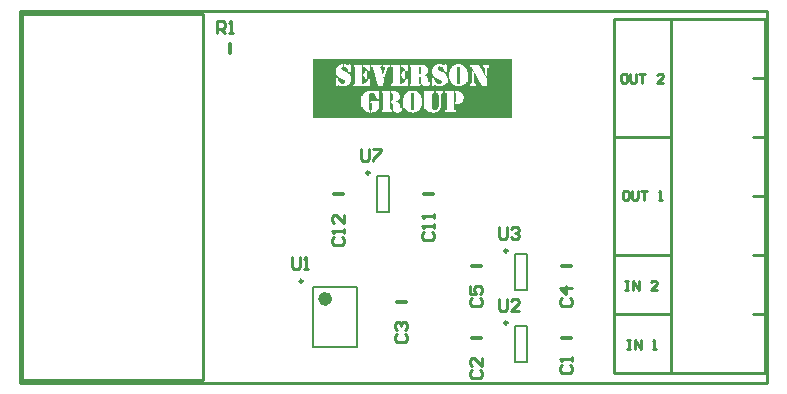
<source format=gto>
G04*
G04 #@! TF.GenerationSoftware,Altium Limited,Altium Designer,20.1.14 (287)*
G04*
G04 Layer_Color=65535*
%FSLAX25Y25*%
%MOIN*%
G70*
G04*
G04 #@! TF.SameCoordinates,11A2ED7B-9C87-42D8-8BA9-A02E898DC9DF*
G04*
G04*
G04 #@! TF.FilePolarity,Positive*
G04*
G01*
G75*
%ADD10C,0.01000*%
%ADD11C,0.00984*%
%ADD12C,0.02362*%
%ADD13C,0.01200*%
%ADD14C,0.00787*%
G36*
X519000Y236965D02*
X452500D01*
Y246000D01*
X519000D01*
Y236965D01*
D02*
G37*
G36*
Y226500D02*
X452500D01*
Y236965D01*
X519000D01*
Y226500D01*
D02*
G37*
%LPC*%
G36*
X462703Y244323D02*
D01*
X462332Y244289D01*
X462008Y244231D01*
X461731Y244150D01*
X461603Y244115D01*
X461499Y244069D01*
X461395Y244023D01*
X461303Y243988D01*
X461233Y243953D01*
X461175Y243919D01*
X461129Y243884D01*
X461083Y243872D01*
X461071Y243849D01*
X461060D01*
X460898Y243722D01*
X460759Y243595D01*
X460643Y243456D01*
X460539Y243317D01*
X460469Y243201D01*
X460412Y243109D01*
X460377Y243051D01*
X460365Y243039D01*
Y243028D01*
X460284Y242831D01*
X460227Y242634D01*
X460180Y242449D01*
X460157Y242287D01*
X460134Y242137D01*
X460122Y242021D01*
D01*
Y241917D01*
X460134Y241697D01*
X460169Y241500D01*
X460215Y241304D01*
X460273Y241119D01*
X460354Y240957D01*
X460435Y240795D01*
X460527Y240656D01*
X460620Y240529D01*
X460712Y240413D01*
X460805Y240309D01*
X460886Y240228D01*
X460967Y240147D01*
X461025Y240089D01*
X461071Y240054D01*
X461106Y240031D01*
X461118Y240019D01*
X461268Y239915D01*
X461407Y239834D01*
X461465Y239800D01*
X461511Y239776D01*
X461534Y239753D01*
X461546D01*
X461650Y239707D01*
X461777Y239649D01*
X461927Y239580D01*
X462066Y239510D01*
X462205Y239453D01*
X462309Y239406D01*
X462356Y239383D01*
X462390Y239372D01*
X462402Y239360D01*
X462413D01*
X462598Y239267D01*
X462760Y239198D01*
X462888Y239129D01*
X462992Y239071D01*
X463061Y239024D01*
X463119Y238990D01*
X463142Y238967D01*
X463154Y238955D01*
X463246Y238874D01*
X463304Y238781D01*
X463350Y238701D01*
X463385Y238619D01*
X463408Y238550D01*
X463420Y238492D01*
Y238458D01*
Y238446D01*
X463408Y238353D01*
X463397Y238261D01*
X463362Y238180D01*
X463339Y238122D01*
X463304Y238076D01*
X463270Y238041D01*
X463258Y238018D01*
X463246Y238006D01*
X463177Y237948D01*
X463073Y237891D01*
X462864Y237798D01*
X462760Y237763D01*
X462679Y237740D01*
X462622Y237729D01*
X462598Y237717D01*
Y236977D01*
X462436D01*
Y237729D01*
X462275Y237763D01*
X462136Y237798D01*
X462020Y237844D01*
X461916Y237891D01*
X461846Y237925D01*
X461789Y237960D01*
X461754Y237972D01*
X461742Y237983D01*
X461627Y238110D01*
X461522Y238226D01*
X461441Y238342D01*
X461360Y238458D01*
X461291Y238539D01*
X461245Y238619D01*
X461222Y238666D01*
X461210Y238677D01*
X461071Y238955D01*
X461025Y239094D01*
X460979Y239221D01*
X460944Y239325D01*
X460921Y239406D01*
X460898Y239453D01*
Y239476D01*
X460851Y239603D01*
X460805Y239684D01*
X460759Y239742D01*
X460747Y239753D01*
X460678Y239811D01*
X460585Y239834D01*
X460516Y239846D01*
X460435D01*
X460389Y239823D01*
X460296Y239776D01*
X460250Y239730D01*
X460227Y239719D01*
Y239707D01*
X460169Y239603D01*
X460134Y239499D01*
Y239464D01*
X460122Y239429D01*
D01*
Y236977D01*
X465364D01*
Y239453D01*
X465352Y239615D01*
X465329Y239776D01*
X465294Y239938D01*
X465248Y240077D01*
X465132Y240355D01*
X465005Y240586D01*
X464936Y240691D01*
X464878Y240772D01*
X464808Y240853D01*
X464762Y240922D01*
X464716Y240968D01*
X464681Y241003D01*
X464658Y241026D01*
X464646Y241038D01*
X464588Y241119D01*
X464531Y241188D01*
X464392Y241315D01*
X464334Y241362D01*
X464288Y241396D01*
X464253Y241408D01*
X464241Y241420D01*
X464137Y241477D01*
X464021Y241547D01*
X463906Y241605D01*
X463790Y241662D01*
X463686Y241720D01*
X463605Y241755D01*
X463547Y241778D01*
X463524Y241790D01*
X463397Y241848D01*
X463270Y241894D01*
X463073Y241986D01*
X462899Y242067D01*
X462772Y242125D01*
X462679Y242172D01*
X462622Y242206D01*
X462587Y242229D01*
X462575D01*
X462483Y242287D01*
X462402Y242345D01*
X462332Y242391D01*
X462275Y242438D01*
X462228Y242484D01*
X462205Y242519D01*
X462193Y242530D01*
X462182Y242542D01*
X462113Y242681D01*
X462078Y242808D01*
Y242854D01*
X462066Y242900D01*
Y242924D01*
Y242935D01*
X462078Y243016D01*
X462089Y243086D01*
X462136Y243201D01*
X462159Y243248D01*
X462182Y243282D01*
X462205Y243294D01*
Y243305D01*
X462263Y243363D01*
X462344Y243409D01*
X462506Y243491D01*
X462587Y243525D01*
X462645Y243548D01*
X462691Y243560D01*
X462703D01*
Y244323D01*
D02*
G37*
G36*
X484095Y244196D02*
X481717D01*
X481839D01*
Y243398D01*
X482071Y243363D01*
X482267Y243317D01*
X482441Y243259D01*
X482580Y243190D01*
X482695Y243132D01*
X482765Y243086D01*
X482823Y243051D01*
X482834Y243039D01*
X482962Y242924D01*
X483066Y242796D01*
X483158Y242657D01*
X483228Y242519D01*
X483286Y242391D01*
X483332Y242299D01*
X483355Y242229D01*
X483367Y242218D01*
Y242206D01*
X483413Y242091D01*
X483448Y242021D01*
X483482Y241975D01*
X483494Y241963D01*
X483563Y241929D01*
X483644Y241917D01*
X483702Y241905D01*
X483725D01*
X483852Y241917D01*
X483933Y241963D01*
X483991Y241998D01*
X484003Y242010D01*
X484061Y242102D01*
X484084Y242195D01*
X484095Y242264D01*
Y242287D01*
Y242299D01*
Y244196D01*
D02*
G37*
G36*
X471519Y244196D02*
X469140D01*
X469263D01*
Y243398D01*
X469494Y243363D01*
X469691Y243317D01*
X469864Y243259D01*
X470003Y243190D01*
X470119Y243132D01*
X470188Y243086D01*
X470246Y243051D01*
X470258Y243039D01*
X470385Y242924D01*
X470489Y242796D01*
X470582Y242657D01*
X470651Y242519D01*
X470709Y242391D01*
X470755Y242299D01*
X470778Y242229D01*
X470790Y242218D01*
Y242206D01*
X470836Y242091D01*
X470871Y242021D01*
X470906Y241975D01*
X470917Y241963D01*
X470987Y241929D01*
X471068Y241917D01*
X471126Y241905D01*
X471149D01*
X471276Y241917D01*
X471357Y241963D01*
X471415Y241998D01*
X471426Y242009D01*
X471484Y242102D01*
X471507Y242195D01*
X471519Y242264D01*
Y242287D01*
Y242299D01*
Y244196D01*
D02*
G37*
G36*
X495018Y244300D02*
X494948D01*
Y243560D01*
X495156Y243502D01*
X495341Y243444D01*
X495492Y243375D01*
X495631Y243317D01*
X495723Y243259D01*
X495804Y243224D01*
X495851Y243190D01*
X495862Y243178D01*
X495932Y243051D01*
X496001Y242935D01*
X496047Y242831D01*
X496094Y242750D01*
X496140Y242681D01*
X496163Y242623D01*
X496186Y242588D01*
Y242577D01*
X496267Y242391D01*
X496325Y242241D01*
X496348Y242172D01*
X496360Y242125D01*
X496371Y242091D01*
Y242079D01*
X496394Y241998D01*
X496406Y241929D01*
X496429Y241882D01*
Y241871D01*
X496464Y241824D01*
X496487Y241790D01*
X496510Y241767D01*
X496522Y241755D01*
X496614Y241697D01*
X496707Y241674D01*
X496765Y241663D01*
X496788D01*
X496857Y241674D01*
X496915Y241686D01*
X497008Y241732D01*
X497065Y241767D01*
X497089Y241790D01*
X497158Y241894D01*
X497193Y241998D01*
X497204Y242033D01*
Y242067D01*
Y242091D01*
Y242102D01*
Y243768D01*
X497193Y243930D01*
X497158Y244046D01*
X497147Y244092D01*
X497123Y244127D01*
X497112Y244138D01*
Y244150D01*
X497077Y244196D01*
X497031Y244231D01*
X496938Y244277D01*
X496857Y244289D01*
X496823D01*
X496765Y244277D01*
X496707Y244266D01*
X496614Y244208D01*
X496556Y244138D01*
X496533Y244127D01*
Y244115D01*
X496418Y243953D01*
X496337D01*
X496290Y243965D01*
X496256Y243976D01*
X496244D01*
X496105Y244034D01*
X495978Y244081D01*
X495862Y244127D01*
X495770Y244162D01*
X495700Y244185D01*
X495642Y244196D01*
X495608Y244208D01*
X495596D01*
X495504Y244231D01*
X495399Y244254D01*
X495191Y244277D01*
X495087Y244289D01*
X495018Y244300D01*
D02*
G37*
G36*
X462946Y244300D02*
X462876D01*
Y243560D01*
X463084Y243502D01*
X463270Y243444D01*
X463420Y243375D01*
X463559Y243317D01*
X463651Y243259D01*
X463732Y243224D01*
X463779Y243190D01*
X463790Y243178D01*
X463860Y243051D01*
X463929Y242935D01*
X463975Y242831D01*
X464021Y242750D01*
X464068Y242681D01*
X464091Y242623D01*
X464114Y242588D01*
Y242577D01*
X464195Y242391D01*
X464253Y242241D01*
X464276Y242172D01*
X464288Y242125D01*
X464299Y242091D01*
Y242079D01*
X464322Y241998D01*
X464334Y241929D01*
X464357Y241882D01*
Y241871D01*
X464392Y241824D01*
X464415Y241790D01*
X464438Y241767D01*
X464450Y241755D01*
X464542Y241697D01*
X464635Y241674D01*
X464693Y241662D01*
X464716D01*
X464785Y241674D01*
X464843Y241686D01*
X464936Y241732D01*
X464993Y241767D01*
X465017Y241790D01*
X465086Y241894D01*
X465121Y241998D01*
X465132Y242033D01*
Y242067D01*
Y242091D01*
Y242102D01*
Y243768D01*
X465121Y243930D01*
X465086Y244046D01*
X465074Y244092D01*
X465051Y244127D01*
X465040Y244138D01*
Y244150D01*
X465005Y244196D01*
X464959Y244231D01*
X464866Y244277D01*
X464785Y244289D01*
X464750D01*
X464693Y244277D01*
X464635Y244266D01*
X464542Y244208D01*
X464484Y244138D01*
X464461Y244127D01*
Y244115D01*
X464346Y243953D01*
X464264D01*
X464218Y243965D01*
X464184Y243976D01*
X464172D01*
X464033Y244034D01*
X463906Y244081D01*
X463790Y244127D01*
X463698Y244162D01*
X463628Y244185D01*
X463570Y244196D01*
X463536Y244208D01*
X463524D01*
X463432Y244231D01*
X463327Y244254D01*
X463119Y244277D01*
X463015Y244289D01*
X462946Y244300D01*
D02*
G37*
G36*
X492588Y239846D02*
X492507D01*
X492461Y239823D01*
X492368Y239776D01*
X492322Y239730D01*
X492299Y239719D01*
Y239707D01*
X492241Y239603D01*
X492206Y239499D01*
Y239464D01*
X492195Y239429D01*
D01*
D01*
Y236977D01*
Y237474D01*
X492206Y237393D01*
X492252Y237254D01*
X492310Y237162D01*
X492391Y237104D01*
X492461Y237058D01*
X492519Y237046D01*
X492565Y237035D01*
X492576D01*
X492634Y237046D01*
X492692Y237058D01*
X492773Y237104D01*
X492831Y237150D01*
X492854Y237173D01*
X492923Y237254D01*
X492958Y237301D01*
X492981Y237324D01*
X493016Y237335D01*
X493051Y237347D01*
X493120D01*
X493155Y237335D01*
X493178Y237324D01*
X493189Y237312D01*
X493259Y237289D01*
X493340Y237254D01*
X493409Y237220D01*
X493421Y237208D01*
X493433D01*
X493629Y237127D01*
X493826Y237069D01*
X493999Y237035D01*
X494161Y237011D01*
X494300Y236988D01*
X494416Y236977D01*
X494509D01*
Y237729D01*
X494347Y237763D01*
X494208Y237798D01*
X494092Y237844D01*
X493988Y237891D01*
X493918Y237925D01*
X493861Y237960D01*
X493826Y237972D01*
X493814Y237983D01*
X493699Y238110D01*
X493595Y238226D01*
X493513Y238342D01*
X493433Y238458D01*
X493363Y238539D01*
X493317Y238619D01*
X493294Y238666D01*
X493282Y238677D01*
X493143Y238955D01*
X493097Y239094D01*
X493051Y239221D01*
X493016Y239325D01*
X492993Y239406D01*
X492970Y239453D01*
Y239476D01*
X492923Y239603D01*
X492877Y239684D01*
X492831Y239742D01*
X492819Y239753D01*
X492750Y239811D01*
X492657Y239834D01*
X492588Y239846D01*
D02*
G37*
G36*
X482881Y242206D02*
X482846D01*
X482742Y242195D01*
X482661Y242160D01*
X482615Y242114D01*
X482591Y242102D01*
X482534Y242010D01*
X482487Y241905D01*
X482476Y241859D01*
X482464Y241824D01*
X482452Y241801D01*
Y241790D01*
X482429Y241697D01*
X482395Y241616D01*
X482372Y241547D01*
X482337Y241477D01*
X482314Y241431D01*
X482291Y241396D01*
X482279Y241385D01*
X482267Y241373D01*
X482210Y241315D01*
X482140Y241258D01*
X481990Y241165D01*
X481920Y241119D01*
X481874Y241084D01*
X481828Y241072D01*
X481816Y241061D01*
Y240332D01*
X481920Y240297D01*
X482001Y240263D01*
X482082Y240228D01*
X482140Y240181D01*
X482186Y240147D01*
X482221Y240112D01*
X482233Y240101D01*
X482244Y240089D01*
X482291Y240019D01*
X482337Y239950D01*
X482406Y239788D01*
X482429Y239719D01*
X482452Y239661D01*
X482464Y239615D01*
Y239603D01*
X482510Y239476D01*
X482557Y239383D01*
X482591Y239337D01*
X482603Y239314D01*
X482684Y239256D01*
X482765Y239233D01*
X482834Y239221D01*
X482858D01*
X482927Y239233D01*
X482996Y239244D01*
X483077Y239291D01*
X483135Y239325D01*
X483147Y239349D01*
X483170Y239406D01*
X483193Y239464D01*
X483216Y239591D01*
X483228Y239649D01*
Y239696D01*
Y239730D01*
Y239742D01*
Y241663D01*
Y241755D01*
X483216Y241824D01*
X483205Y241882D01*
Y241929D01*
X483193Y241963D01*
X483181Y241986D01*
X483170Y242010D01*
X483135Y242079D01*
X483089Y242125D01*
X483031Y242160D01*
X482973Y242183D01*
X482927Y242195D01*
X482881Y242206D01*
D02*
G37*
G36*
X470304Y242206D02*
X470269D01*
X470165Y242195D01*
X470084Y242160D01*
X470038Y242114D01*
X470015Y242102D01*
X469957Y242009D01*
X469911Y241905D01*
X469899Y241859D01*
X469887Y241824D01*
X469876Y241801D01*
Y241790D01*
X469853Y241697D01*
X469818Y241616D01*
X469795Y241547D01*
X469760Y241477D01*
X469737Y241431D01*
X469714Y241396D01*
X469702Y241385D01*
X469691Y241373D01*
X469633Y241315D01*
X469564Y241258D01*
X469413Y241165D01*
X469344Y241119D01*
X469298Y241084D01*
X469251Y241072D01*
X469240Y241061D01*
Y240332D01*
X469344Y240297D01*
X469425Y240263D01*
X469506Y240228D01*
X469564Y240181D01*
X469610Y240147D01*
X469645Y240112D01*
X469656Y240101D01*
X469668Y240089D01*
X469714Y240019D01*
X469760Y239950D01*
X469830Y239788D01*
X469853Y239719D01*
X469876Y239661D01*
X469887Y239615D01*
Y239603D01*
X469934Y239476D01*
X469980Y239383D01*
X470015Y239337D01*
X470026Y239314D01*
X470107Y239256D01*
X470188Y239233D01*
X470258Y239221D01*
X470281D01*
X470350Y239233D01*
X470420Y239244D01*
X470501Y239291D01*
X470559Y239325D01*
X470570Y239349D01*
X470593Y239406D01*
X470616Y239464D01*
X470640Y239591D01*
X470651Y239649D01*
Y239696D01*
Y239730D01*
Y239742D01*
Y241662D01*
Y241755D01*
X470640Y241824D01*
X470628Y241882D01*
Y241929D01*
X470616Y241963D01*
X470605Y241986D01*
X470593Y242009D01*
X470559Y242079D01*
X470512Y242125D01*
X470455Y242160D01*
X470397Y242183D01*
X470350Y242195D01*
X470304Y242206D01*
D02*
G37*
G36*
X497436Y244324D02*
X492195D01*
X494775D01*
X494404Y244289D01*
X494080Y244231D01*
X493803Y244150D01*
X493676Y244115D01*
X493571Y244069D01*
X493467Y244023D01*
X493375Y243988D01*
X493305Y243953D01*
X493247Y243919D01*
X493201Y243884D01*
X493155Y243872D01*
X493143Y243849D01*
X493132D01*
X492970Y243722D01*
X492831Y243595D01*
X492715Y243456D01*
X492611Y243317D01*
X492542Y243201D01*
X492484Y243109D01*
X492449Y243051D01*
X492438Y243039D01*
Y243028D01*
X492356Y242831D01*
X492299Y242634D01*
X492252Y242449D01*
X492229Y242287D01*
X492206Y242137D01*
X492195Y242021D01*
Y241177D01*
Y241917D01*
X492206Y241697D01*
X492241Y241500D01*
X492287Y241304D01*
X492345Y241119D01*
X492426Y240957D01*
X492507Y240795D01*
X492599Y240656D01*
X492692Y240529D01*
X492785Y240413D01*
X492877Y240309D01*
X492958Y240228D01*
X493039Y240147D01*
X493097Y240089D01*
X493143Y240054D01*
X493178Y240031D01*
X493189Y240019D01*
X493340Y239915D01*
X493479Y239834D01*
X493537Y239800D01*
X493583Y239776D01*
X493606Y239753D01*
X493618D01*
X493722Y239707D01*
X493849Y239649D01*
X493999Y239580D01*
X494138Y239510D01*
X494277Y239453D01*
X494381Y239406D01*
X494427Y239383D01*
X494462Y239372D01*
X494474Y239360D01*
X494485D01*
X494670Y239267D01*
X494832Y239198D01*
X494960Y239129D01*
X495064Y239071D01*
X495133Y239024D01*
X495191Y238990D01*
X495214Y238967D01*
X495226Y238955D01*
X495318Y238874D01*
X495376Y238781D01*
X495423Y238701D01*
X495457Y238619D01*
X495480Y238550D01*
X495492Y238492D01*
Y238458D01*
Y238446D01*
X495480Y238353D01*
X495469Y238261D01*
X495434Y238180D01*
X495411Y238122D01*
X495376Y238076D01*
X495341Y238041D01*
X495330Y238018D01*
X495318Y238006D01*
X495249Y237948D01*
X495145Y237891D01*
X494937Y237798D01*
X494832Y237763D01*
X494752Y237740D01*
X494694Y237729D01*
X494670Y237717D01*
Y236977D01*
X494832D01*
X494971Y236988D01*
X495110Y237011D01*
X495226Y237023D01*
X495330Y237046D01*
X495399Y237058D01*
X495457Y237069D01*
X495469D01*
X495608Y237104D01*
X495735Y237150D01*
X495862Y237196D01*
X495955Y237231D01*
X496047Y237266D01*
X496105Y237301D01*
X496151Y237312D01*
X496163Y237324D01*
X496371Y237451D01*
X496556Y237601D01*
X496718Y237752D01*
X496846Y237891D01*
X496950Y238018D01*
X497031Y238122D01*
X497077Y238192D01*
X497089Y238203D01*
Y238215D01*
X497204Y238434D01*
X497285Y238643D01*
X497355Y238851D01*
X497389Y239048D01*
X497413Y239210D01*
X497436Y239337D01*
Y237844D01*
Y239453D01*
X497424Y239615D01*
X497401Y239776D01*
X497366Y239938D01*
X497320Y240077D01*
X497204Y240355D01*
X497077Y240586D01*
X497008Y240691D01*
X496950Y240772D01*
X496880Y240853D01*
X496834Y240922D01*
X496788Y240968D01*
X496753Y241003D01*
X496730Y241026D01*
X496718Y241038D01*
X496661Y241119D01*
X496603Y241188D01*
X496464Y241315D01*
X496406Y241362D01*
X496360Y241396D01*
X496325Y241408D01*
X496313Y241420D01*
X496209Y241477D01*
X496094Y241547D01*
X495978Y241605D01*
X495862Y241663D01*
X495758Y241720D01*
X495677Y241755D01*
X495619Y241778D01*
X495596Y241790D01*
X495469Y241848D01*
X495341Y241894D01*
X495145Y241986D01*
X494971Y242067D01*
X494844Y242125D01*
X494752Y242172D01*
X494694Y242206D01*
X494659Y242229D01*
X494647D01*
X494555Y242287D01*
X494474Y242345D01*
X494404Y242391D01*
X494347Y242438D01*
X494300Y242484D01*
X494277Y242519D01*
X494266Y242530D01*
X494254Y242542D01*
X494184Y242681D01*
X494150Y242808D01*
Y242854D01*
X494138Y242900D01*
Y242924D01*
Y242935D01*
X494150Y243016D01*
X494161Y243086D01*
X494208Y243201D01*
X494231Y243248D01*
X494254Y243282D01*
X494277Y243294D01*
Y243305D01*
X494335Y243363D01*
X494416Y243409D01*
X494578Y243491D01*
X494659Y243525D01*
X494717Y243548D01*
X494763Y243560D01*
X494775D01*
Y244324D01*
X497436D01*
D01*
D02*
G37*
G36*
X478241Y244196D02*
X475000D01*
X476459D01*
X476297Y244185D01*
X476182Y244150D01*
X476135Y244127D01*
X476101Y244104D01*
X476089Y244092D01*
X476078D01*
X476031Y244057D01*
X475996Y244011D01*
X475962Y243919D01*
X475939Y243838D01*
Y243814D01*
Y243803D01*
X475950Y243710D01*
X475973Y243641D01*
X476020Y243571D01*
X476066Y243525D01*
X476101Y243491D01*
X476147Y243467D01*
X476170Y243456D01*
X476182D01*
X476344Y243398D01*
X476436Y243340D01*
X476506Y243282D01*
X476552Y243236D01*
X476563Y243224D01*
Y243213D01*
X476587Y243132D01*
X476610Y243074D01*
Y243028D01*
Y243016D01*
Y242993D01*
X476598Y242970D01*
X476575Y242889D01*
X476563Y242819D01*
X476552Y242796D01*
Y242785D01*
X475962Y240633D01*
X476332Y239580D01*
X477223Y242530D01*
X477269Y242657D01*
X477304Y242773D01*
X477350Y242866D01*
X477385Y242947D01*
X477420Y243005D01*
X477443Y243051D01*
X477454Y243074D01*
X477466Y243086D01*
X477512Y243155D01*
X477570Y243213D01*
X477616Y243259D01*
X477651Y243294D01*
X477709Y243340D01*
X477732Y243352D01*
X477952Y243467D01*
X478056Y243525D01*
X478137Y243571D01*
X478172Y243606D01*
X478183Y243618D01*
X478218Y243687D01*
X478230Y243757D01*
X478241Y243803D01*
Y237740D01*
Y243826D01*
X478230Y243896D01*
X478218Y243953D01*
X478149Y244046D01*
X478091Y244104D01*
X478067Y244127D01*
X478056D01*
X478010Y244150D01*
X477963Y244173D01*
X477848Y244185D01*
X477790Y244196D01*
X478241D01*
D01*
D02*
G37*
G36*
X510880Y244196D02*
X509573D01*
X509422Y244185D01*
X509306Y244150D01*
X509237Y244115D01*
X509226Y244104D01*
X509214D01*
X509144Y244023D01*
X509110Y243930D01*
X509098Y243861D01*
Y243838D01*
Y243826D01*
X509110Y243745D01*
X509121Y243676D01*
X509133Y243629D01*
X509144Y243618D01*
X509202Y243560D01*
X509260Y243514D01*
X509318Y243479D01*
X509341Y243467D01*
X509445Y243409D01*
X509526Y243352D01*
X509596Y243294D01*
X509642Y243248D01*
X509688Y243190D01*
X509712Y243155D01*
X509735Y243132D01*
Y243120D01*
X509769Y243039D01*
X509804Y242947D01*
X509839Y242750D01*
X509850Y242669D01*
Y242600D01*
Y242553D01*
Y242530D01*
Y241107D01*
X510602Y240124D01*
Y242530D01*
Y242657D01*
X510614Y242762D01*
X510637Y242866D01*
X510649Y242947D01*
X510672Y243016D01*
X510683Y243062D01*
X510695Y243097D01*
Y243109D01*
X510741Y243178D01*
X510787Y243236D01*
X510903Y243340D01*
X510950Y243375D01*
X510996Y243398D01*
X511019Y243421D01*
X511030D01*
X511100Y243456D01*
X511158Y243491D01*
X511250Y243548D01*
X511297Y243583D01*
X511308Y243595D01*
X511354Y243664D01*
X511366Y243734D01*
X511377Y243791D01*
Y237370D01*
Y243814D01*
X511366Y243919D01*
X511331Y243988D01*
X511297Y244034D01*
X511285Y244046D01*
X511227Y244092D01*
X511158Y244138D01*
X511007Y244173D01*
X510938Y244185D01*
X510880Y244196D01*
D02*
G37*
G36*
X504297Y244324D02*
X497933D01*
X501011D01*
X500768Y244312D01*
X500536Y244277D01*
X500340Y244243D01*
X500178Y244196D01*
X500039Y244162D01*
X499935Y244127D01*
X499877Y244104D01*
X499854Y244092D01*
X499680Y244011D01*
X499518Y243919D01*
X499379Y243814D01*
X499252Y243722D01*
X499136Y243641D01*
X499055Y243571D01*
X499009Y243525D01*
X498986Y243502D01*
X498801Y243294D01*
X498639Y243086D01*
X498500Y242877D01*
X498384Y242681D01*
X498303Y242507D01*
X498269Y242438D01*
X498234Y242380D01*
X498211Y242322D01*
X498199Y242287D01*
X498188Y242264D01*
Y242252D01*
X498107Y241975D01*
X498037Y241697D01*
X497991Y241420D01*
X497968Y241177D01*
X497956Y241061D01*
X497945Y240957D01*
Y240864D01*
X497933Y240783D01*
Y240795D01*
Y240633D01*
X497945Y240309D01*
X497979Y239996D01*
X498026Y239707D01*
X498095Y239441D01*
X498165Y239187D01*
X498257Y238955D01*
X498338Y238747D01*
X498442Y238562D01*
X498535Y238388D01*
X498627Y238249D01*
X498708Y238122D01*
X498778Y238018D01*
X498847Y237937D01*
X498893Y237879D01*
X498928Y237844D01*
X498940Y237833D01*
X499090Y237694D01*
X499252Y237578D01*
X499426Y237474D01*
X499599Y237382D01*
X499773Y237301D01*
X499946Y237231D01*
X500270Y237116D01*
X500421Y237081D01*
X500560Y237046D01*
X500687Y237023D01*
X500803Y237000D01*
X500884Y236988D01*
X500953D01*
X500999Y236977D01*
X497933D01*
X501011D01*
Y237694D01*
X500907Y237729D01*
X500826Y237763D01*
X500768Y237798D01*
X500722Y237833D01*
X500687Y237856D01*
X500664Y237879D01*
X500641Y237902D01*
X500606Y237972D01*
X500583Y238053D01*
X500560Y238238D01*
X500548Y238319D01*
Y238388D01*
Y238434D01*
Y238458D01*
Y242970D01*
Y243062D01*
X500560Y243155D01*
X500571Y243224D01*
X500594Y243282D01*
X500606Y243317D01*
X500618Y243352D01*
X500629Y243375D01*
X500664Y243421D01*
X500722Y243467D01*
X500849Y243537D01*
X500907Y243571D01*
X500964Y243583D01*
X500999Y243606D01*
X501011D01*
Y244324D01*
X501207D01*
Y243606D01*
X501277Y243583D01*
X501335Y243548D01*
X501427Y243514D01*
X501474Y243491D01*
X501485Y243479D01*
X501532Y243433D01*
X501566Y243398D01*
X501589Y243352D01*
X501601Y243340D01*
X501647Y243224D01*
X501670Y243109D01*
X501682Y243051D01*
Y243005D01*
Y242981D01*
Y242970D01*
Y238458D01*
Y238319D01*
X501659Y238203D01*
X501647Y238110D01*
X501624Y238030D01*
X501601Y237972D01*
X501578Y237925D01*
X501566Y237902D01*
X501555Y237891D01*
X501520Y237844D01*
X501485Y237810D01*
X501462Y237798D01*
X501450Y237787D01*
X501427Y237775D01*
X501393Y237763D01*
X501312Y237729D01*
X501242Y237717D01*
X501219Y237705D01*
X501207D01*
Y236977D01*
X501439Y237000D01*
X501670Y237035D01*
X501879Y237081D01*
X502075Y237150D01*
X502260Y237208D01*
X502422Y237289D01*
X502584Y237358D01*
X502723Y237439D01*
X502839Y237509D01*
X502955Y237578D01*
X503047Y237648D01*
X503128Y237705D01*
X503186Y237763D01*
X503232Y237798D01*
X503255Y237821D01*
X503267Y237833D01*
X503452Y238030D01*
X503603Y238249D01*
X503741Y238469D01*
X503857Y238701D01*
X503961Y238932D01*
X504042Y239163D01*
X504112Y239395D01*
X504169Y239615D01*
X504216Y239823D01*
X504239Y240019D01*
X504262Y240193D01*
X504285Y240343D01*
Y240459D01*
X504297Y240552D01*
Y237254D01*
Y240633D01*
X504285Y240968D01*
X504250Y241281D01*
X504193Y241582D01*
X504135Y241848D01*
X504042Y242114D01*
X503961Y242345D01*
X503857Y242565D01*
X503764Y242750D01*
X503660Y242924D01*
X503556Y243074D01*
X503475Y243201D01*
X503394Y243317D01*
X503325Y243398D01*
X503267Y243456D01*
X503232Y243491D01*
X503221Y243502D01*
X503070Y243641D01*
X502920Y243757D01*
X502770Y243861D01*
X502642Y243942D01*
X502527Y244011D01*
X502434Y244057D01*
X502376Y244081D01*
X502353Y244092D01*
X502168Y244162D01*
X501971Y244219D01*
X501786Y244254D01*
X501601Y244289D01*
X501450Y244300D01*
X501323Y244312D01*
X501277Y244324D01*
X504297D01*
D02*
G37*
G36*
X507860Y244196D02*
X505454D01*
X505338Y244185D01*
X505257D01*
X505188Y244173D01*
X505141Y244162D01*
X505107D01*
X505084Y244150D01*
X505014Y244104D01*
X504968Y244057D01*
X504933Y244023D01*
X504921Y244000D01*
X504887Y243930D01*
X504875Y243861D01*
X504864Y243814D01*
Y243791D01*
X504875Y243710D01*
X504898Y243641D01*
X504910Y243595D01*
X504921Y243583D01*
X504979Y243525D01*
X505037Y243491D01*
X505084Y243467D01*
X505095Y243456D01*
X505245Y243398D01*
X505326Y243363D01*
X505384Y243328D01*
X505419Y243305D01*
X505431Y243294D01*
X505454Y243271D01*
X505477Y243236D01*
X505535Y243155D01*
X505581Y243086D01*
X505593Y243062D01*
Y243051D01*
X509040Y237104D01*
X507710D01*
X510602D01*
Y239453D01*
X507860Y244196D01*
D02*
G37*
G36*
X505581Y242414D02*
Y238724D01*
X505569Y238504D01*
X505523Y238319D01*
X505465Y238168D01*
X505407Y238053D01*
X505338Y237960D01*
X505280Y237902D01*
X505234Y237867D01*
X505222Y237856D01*
X505141Y237810D01*
X505060Y237775D01*
X505014Y237740D01*
X504968Y237717D01*
X504933Y237694D01*
X504910Y237671D01*
X504898Y237659D01*
X504864Y237601D01*
X504852Y237532D01*
X504841Y237486D01*
Y237104D01*
Y237463D01*
X504852Y237405D01*
X504864Y237347D01*
X504933Y237254D01*
X505014Y237196D01*
X505118Y237150D01*
X505222Y237127D01*
X505315Y237116D01*
X505373Y237104D01*
X506669D01*
X506749Y237116D01*
X506819Y237127D01*
X506865Y237150D01*
X506912Y237162D01*
X506935Y237173D01*
X506958Y237185D01*
X507004Y237231D01*
X507050Y237277D01*
X507085Y237370D01*
X507108Y237439D01*
Y237451D01*
Y237463D01*
X507097Y237532D01*
X507073Y237601D01*
X507016Y237694D01*
X506946Y237752D01*
X506923Y237775D01*
X506912D01*
X506761Y237856D01*
X506622Y237960D01*
X506518Y238064D01*
X506483Y238110D01*
X506460Y238145D01*
X506437Y238168D01*
Y238180D01*
X506402Y238261D01*
X506379Y238353D01*
X506345Y238527D01*
Y238608D01*
X506333Y238666D01*
Y238712D01*
Y238724D01*
Y241443D01*
X505581Y242414D01*
D02*
G37*
G36*
X487821Y244196D02*
X485322D01*
X485172Y244185D01*
X485067Y244150D01*
X484998Y244104D01*
X484986Y244092D01*
X484975D01*
X484929Y244057D01*
X484905Y244011D01*
X484859Y243930D01*
X484847Y243861D01*
Y243826D01*
X484859Y243722D01*
X484894Y243641D01*
X484929Y243583D01*
X484986Y243537D01*
X485033Y243502D01*
X485067Y243479D01*
X485102Y243456D01*
X485114D01*
X485160Y243433D01*
X485206Y243421D01*
X485253Y243398D01*
X485276Y243386D01*
X485299Y243375D01*
X485310Y243363D01*
X485333Y243305D01*
X485357Y243248D01*
Y243190D01*
Y243178D01*
Y243167D01*
Y238122D01*
X485345Y238030D01*
X485333Y237972D01*
X485322Y237937D01*
X485310Y237925D01*
X485287Y237902D01*
X485276Y237891D01*
X485264D01*
X485241Y237879D01*
X485195Y237867D01*
X485137Y237844D01*
X485125Y237833D01*
X485114D01*
X485021Y237787D01*
X484963Y237740D01*
X484917Y237671D01*
X484882Y237613D01*
X484859Y237555D01*
X484847Y237509D01*
Y236965D01*
Y237463D01*
X484859Y237393D01*
X484871Y237347D01*
X484917Y237254D01*
X484952Y237208D01*
X484975Y237185D01*
X485079Y237139D01*
X485195Y237116D01*
X485241Y237104D01*
X487971D01*
X488041Y237116D01*
X488110Y237127D01*
X488157Y237139D01*
X488203Y237150D01*
X488226Y237162D01*
X488249Y237173D01*
X488318Y237220D01*
X488365Y237266D01*
X488400Y237324D01*
X488423Y237370D01*
X488446Y237439D01*
Y237463D01*
Y237474D01*
X488434Y237578D01*
X488388Y237659D01*
X488330Y237729D01*
X488261Y237775D01*
X488180Y237810D01*
X488122Y237844D01*
X488076Y237856D01*
X488064D01*
X487983Y237879D01*
X487937Y237891D01*
X487925Y237902D01*
X487914D01*
X487890Y237914D01*
X487867Y237937D01*
X487856Y237960D01*
X487844Y237972D01*
X487833Y237983D01*
Y238006D01*
X487821Y238076D01*
Y238134D01*
Y238145D01*
Y238157D01*
Y244196D01*
D02*
G37*
G36*
X481620D02*
X479120Y244196D01*
X478970Y244185D01*
X478866Y244150D01*
X478796Y244104D01*
X478785Y244092D01*
X478773D01*
X478727Y244057D01*
X478704Y244011D01*
X478658Y243930D01*
X478646Y243861D01*
Y243826D01*
X478658Y243722D01*
X478692Y243641D01*
X478727Y243583D01*
X478785Y243537D01*
X478831Y243502D01*
X478866Y243479D01*
X478901Y243456D01*
X478912D01*
X478958Y243433D01*
X479005Y243421D01*
X479051Y243398D01*
X479074Y243386D01*
X479097Y243375D01*
X479109Y243363D01*
X479132Y243305D01*
X479155Y243248D01*
Y243190D01*
Y243178D01*
Y243167D01*
Y238122D01*
X479143Y238030D01*
X479132Y237972D01*
X479120Y237937D01*
X479109Y237925D01*
X479086Y237902D01*
X479074Y237891D01*
X479063D01*
X479039Y237879D01*
X478993Y237867D01*
X478935Y237844D01*
X478924Y237833D01*
X478912D01*
X478820Y237787D01*
X478762Y237740D01*
X478715Y237671D01*
X478681Y237613D01*
X478658Y237555D01*
X478646Y237509D01*
Y237104D01*
Y237462D01*
X478658Y237393D01*
X478669Y237347D01*
X478715Y237254D01*
X478750Y237208D01*
X478773Y237185D01*
X478877Y237139D01*
X478993Y237115D01*
X479039Y237104D01*
X484165Y237104D01*
Y238978D01*
X484153Y239129D01*
X484119Y239244D01*
X484084Y239314D01*
X484072Y239337D01*
X484038Y239383D01*
X483991Y239406D01*
X483899Y239453D01*
X483829Y239464D01*
X483795D01*
X483691Y239453D01*
X483621Y239429D01*
X483563Y239395D01*
X483552Y239383D01*
X483494Y239302D01*
X483448Y239210D01*
X483424Y239140D01*
X483413Y239117D01*
Y239106D01*
X483367Y238990D01*
X483332Y238897D01*
X483286Y238816D01*
X483251Y238735D01*
X483216Y238689D01*
X483193Y238643D01*
X483181Y238619D01*
X483170Y238608D01*
X483077Y238469D01*
X482973Y238353D01*
X482927Y238307D01*
X482892Y238272D01*
X482869Y238249D01*
X482858Y238238D01*
X482707Y238122D01*
X482580Y238041D01*
X482522Y238018D01*
X482487Y237995D01*
X482464Y237983D01*
X482452D01*
X482372Y237948D01*
X482279Y237925D01*
X482082Y237879D01*
X481990Y237856D01*
X481920Y237844D01*
X481874Y237833D01*
X481851D01*
Y237104D01*
X481620D01*
Y244196D01*
D02*
G37*
G36*
X474944Y244196D02*
X471993D01*
X472479D01*
X472398Y244185D01*
X472329Y244173D01*
X472271Y244150D01*
X472225Y244138D01*
X472190Y244115D01*
X472178Y244104D01*
X472167D01*
X472109Y244057D01*
X472063Y244000D01*
X472040Y243953D01*
X472016Y243896D01*
X472005Y243849D01*
X471993Y243814D01*
Y243780D01*
X472005Y243676D01*
X472028Y243606D01*
X472051Y243560D01*
X472063Y243548D01*
X472132Y243502D01*
X472213Y243456D01*
X472283Y243421D01*
X472294Y243409D01*
X472306D01*
X472340Y243386D01*
X472364Y243363D01*
X472375Y243352D01*
Y243340D01*
X472398Y243305D01*
X472421Y243259D01*
X472433Y243224D01*
X472444Y243201D01*
X474249Y237104D01*
X471993D01*
X475753D01*
X476251Y238967D01*
X475082Y243074D01*
X475071Y243120D01*
Y243167D01*
Y243201D01*
Y243213D01*
Y243271D01*
X475082Y243317D01*
X475094Y243340D01*
Y243352D01*
X475129Y243386D01*
X475175Y243421D01*
X475221Y243433D01*
X475233Y243444D01*
X475314Y243491D01*
X475372Y243548D01*
X475418Y243618D01*
X475441Y243676D01*
X475464Y243734D01*
X475476Y243768D01*
Y243803D01*
Y243814D01*
X475464Y243872D01*
X475453Y243930D01*
X475430Y243965D01*
X475418Y243976D01*
X475383Y244034D01*
X475349Y244081D01*
X475314Y244104D01*
X475302Y244115D01*
X475244Y244150D01*
X475187Y244162D01*
X475140Y244173D01*
X475129D01*
X475094Y244185D01*
X475036D01*
X474944Y244196D01*
D02*
G37*
G36*
X469043D02*
X466544D01*
X466393Y244185D01*
X466289Y244150D01*
X466220Y244104D01*
X466208Y244092D01*
X466197D01*
X466150Y244057D01*
X466127Y244011D01*
X466081Y243930D01*
X466069Y243861D01*
Y243826D01*
X466081Y243722D01*
X466116Y243641D01*
X466150Y243583D01*
X466208Y243537D01*
X466255Y243502D01*
X466289Y243479D01*
X466324Y243456D01*
X466335D01*
X466382Y243433D01*
X466428Y243421D01*
X466474Y243398D01*
X466498Y243386D01*
X466521Y243375D01*
X466532Y243363D01*
X466555Y243305D01*
X466578Y243248D01*
Y243190D01*
Y243178D01*
Y243167D01*
Y238122D01*
X466567Y238030D01*
X466555Y237972D01*
X466544Y237937D01*
X466532Y237925D01*
X466509Y237902D01*
X466498Y237891D01*
X466486D01*
X466463Y237879D01*
X466417Y237867D01*
X466359Y237844D01*
X466347Y237833D01*
X466335D01*
X466243Y237787D01*
X466185Y237740D01*
X466139Y237671D01*
X466104Y237613D01*
X466081Y237555D01*
X466069Y237509D01*
Y237104D01*
Y237462D01*
X466081Y237393D01*
X466093Y237347D01*
X466139Y237254D01*
X466174Y237208D01*
X466197Y237185D01*
X466301Y237139D01*
X466417Y237115D01*
X466463Y237104D01*
X471588D01*
Y238978D01*
X471577Y239129D01*
X471542Y239244D01*
X471507Y239314D01*
X471496Y239337D01*
X471461Y239383D01*
X471415Y239406D01*
X471322Y239453D01*
X471253Y239464D01*
X471218D01*
X471114Y239453D01*
X471044Y239429D01*
X470987Y239395D01*
X470975Y239383D01*
X470917Y239302D01*
X470871Y239210D01*
X470848Y239140D01*
X470836Y239117D01*
Y239106D01*
X470790Y238990D01*
X470755Y238897D01*
X470709Y238816D01*
X470674Y238735D01*
X470640Y238689D01*
X470616Y238643D01*
X470605Y238619D01*
X470593Y238608D01*
X470501Y238469D01*
X470397Y238353D01*
X470350Y238307D01*
X470316Y238272D01*
X470293Y238249D01*
X470281Y238238D01*
X470130Y238122D01*
X470003Y238041D01*
X469945Y238018D01*
X469911Y237995D01*
X469887Y237983D01*
X469876D01*
X469795Y237948D01*
X469702Y237925D01*
X469506Y237879D01*
X469413Y237856D01*
X469344Y237844D01*
X469298Y237833D01*
X469274D01*
Y237104D01*
X469043D01*
Y244196D01*
D02*
G37*
G36*
X491732Y244196D02*
X487983D01*
Y243444D01*
X488110Y243409D01*
X488214Y243363D01*
X488295Y243328D01*
X488365Y243294D01*
X488400Y243259D01*
X488434Y243236D01*
X488457Y243224D01*
Y243213D01*
X488492Y243155D01*
X488515Y243097D01*
X488550Y242958D01*
X488561Y242900D01*
Y242854D01*
Y242819D01*
Y242808D01*
Y241466D01*
Y241327D01*
X488550Y241234D01*
X488538Y241188D01*
X488527Y241165D01*
X488492Y241095D01*
X488446Y241026D01*
X488400Y240980D01*
X488388Y240957D01*
X488353Y240945D01*
X488307Y240922D01*
X488180Y240899D01*
X488110Y240887D01*
X488052Y240876D01*
X488018Y240864D01*
X488006D01*
Y240147D01*
X488110Y240135D01*
X488203Y240101D01*
X488272Y240077D01*
X488330Y240043D01*
X488376Y240019D01*
X488400Y239996D01*
X488423Y239985D01*
Y239973D01*
X488492Y239869D01*
X488527Y239765D01*
X488538Y239730D01*
X488550Y239696D01*
Y239672D01*
Y239661D01*
Y239638D01*
X488561Y239603D01*
Y239499D01*
Y239441D01*
Y239406D01*
Y239372D01*
Y239360D01*
Y238504D01*
X488573Y238249D01*
X488619Y238030D01*
X488689Y237833D01*
X488758Y237671D01*
X488828Y237544D01*
X488897Y237451D01*
X488943Y237393D01*
X488955Y237370D01*
X489117Y237231D01*
X489302Y237139D01*
X489487Y237069D01*
X489672Y237011D01*
X489834Y236988D01*
X489961Y236977D01*
X490008Y236965D01*
X491732D01*
X490204D01*
X490320Y236977D01*
X490424Y236988D01*
X490505Y237011D01*
X490575Y237023D01*
X490632Y237035D01*
X490667Y237046D01*
X490679D01*
X490864Y237116D01*
X490945Y237150D01*
X491026Y237196D01*
X491084Y237231D01*
X491130Y237266D01*
X491153Y237277D01*
X491165Y237289D01*
X491327Y237439D01*
X491454Y237578D01*
X491500Y237636D01*
X491547Y237682D01*
X491558Y237717D01*
X491570Y237729D01*
X491628Y237821D01*
X491662Y237902D01*
X491709Y238030D01*
X491720Y238087D01*
X491732Y238122D01*
Y238203D01*
X491709Y238249D01*
X491674Y238330D01*
X491628Y238388D01*
X491616Y238411D01*
X491604D01*
X491558Y238458D01*
X491512Y238481D01*
X491431Y238527D01*
X491373Y238539D01*
X491350D01*
X491281Y238527D01*
X491223Y238504D01*
X491107Y238423D01*
X491061Y238377D01*
X491026Y238342D01*
X491014Y238319D01*
X491003Y238307D01*
X490968Y238272D01*
Y238284D01*
Y238296D01*
Y238307D01*
Y239360D01*
Y239453D01*
X490945Y239545D01*
X490933Y239626D01*
X490910Y239696D01*
X490887Y239765D01*
X490864Y239811D01*
X490852Y239834D01*
X490841Y239846D01*
X490725Y240019D01*
X490609Y240147D01*
X490552Y240205D01*
X490505Y240239D01*
X490482Y240263D01*
X490471Y240274D01*
X490309Y240378D01*
X490158Y240448D01*
X490089Y240482D01*
X490042Y240506D01*
X490008Y240517D01*
X489996D01*
X489788Y240575D01*
X489684Y240586D01*
X489580Y240598D01*
X489487Y240610D01*
X489360D01*
X489510Y240621D01*
X489649Y240644D01*
X489765Y240667D01*
X489869Y240691D01*
X489950Y240714D01*
X490008Y240737D01*
X490042Y240760D01*
X490054D01*
X490239Y240864D01*
X490320Y240922D01*
X490390Y240968D01*
X490436Y241015D01*
X490482Y241049D01*
X490505Y241072D01*
X490517Y241084D01*
X490679Y241281D01*
X490795Y241477D01*
X490887Y241686D01*
X490945Y241882D01*
X490980Y242056D01*
X490991Y242137D01*
Y242195D01*
X491003Y242252D01*
Y242287D01*
Y242310D01*
Y242322D01*
X490991Y242495D01*
X490968Y242646D01*
X490933Y242796D01*
X490887Y242935D01*
X490771Y243178D01*
X490644Y243386D01*
X490517Y243537D01*
X490401Y243653D01*
X490355Y243699D01*
X490320Y243722D01*
X490297Y243745D01*
X490285D01*
X490100Y243861D01*
X489915Y243953D01*
X489730Y244023D01*
X489557Y244081D01*
X489406Y244115D01*
X489290Y244138D01*
X489244D01*
X489209Y244150D01*
X489186D01*
X489024Y244162D01*
X488862Y244173D01*
X488700Y244185D01*
X488550Y244196D01*
X491732D01*
D02*
G37*
%LPD*%
G36*
X465364Y236977D02*
X462760D01*
X462899Y236988D01*
X463038Y237011D01*
X463154Y237023D01*
X463258Y237046D01*
X463327Y237058D01*
X463385Y237069D01*
X463397D01*
X463536Y237104D01*
X463663Y237150D01*
X463790Y237196D01*
X463883Y237231D01*
X463975Y237266D01*
X464033Y237301D01*
X464079Y237312D01*
X464091Y237324D01*
X464299Y237451D01*
X464484Y237601D01*
X464646Y237752D01*
X464774Y237891D01*
X464878Y238018D01*
X464959Y238122D01*
X465005Y238191D01*
X465017Y238203D01*
Y238215D01*
X465132Y238434D01*
X465213Y238643D01*
X465283Y238851D01*
X465317Y239048D01*
X465341Y239210D01*
X465364Y239337D01*
Y236977D01*
D02*
G37*
G36*
X460134Y237393D02*
X460180Y237254D01*
X460238Y237162D01*
X460319Y237104D01*
X460389Y237058D01*
X460446Y237046D01*
X460493Y237035D01*
X460504D01*
X460562Y237046D01*
X460620Y237058D01*
X460701Y237104D01*
X460759Y237150D01*
X460782Y237173D01*
X460851Y237254D01*
X460886Y237301D01*
X460909Y237324D01*
X460944Y237335D01*
X460979Y237347D01*
X461048D01*
X461083Y237335D01*
X461106Y237324D01*
X461118Y237312D01*
X461187Y237289D01*
X461268Y237254D01*
X461337Y237220D01*
X461349Y237208D01*
X461360D01*
X461557Y237127D01*
X461754Y237069D01*
X461927Y237035D01*
X462089Y237011D01*
X462228Y236988D01*
X462344Y236977D01*
X460122D01*
Y237474D01*
X460134Y237393D01*
D02*
G37*
%LPC*%
G36*
X474168Y235546D02*
X468673D01*
Y228188D01*
Y231775D01*
X468684Y231567D01*
X468696Y231358D01*
X468754Y230976D01*
X468835Y230641D01*
X468881Y230479D01*
X468927Y230340D01*
X468973Y230213D01*
X469020Y230097D01*
X469066Y229993D01*
X469101Y229912D01*
X469136Y229842D01*
X469159Y229796D01*
X469182Y229762D01*
Y229750D01*
X469274Y229576D01*
X469367Y229403D01*
X469483Y229264D01*
X469587Y229125D01*
X469679Y229021D01*
X469760Y228940D01*
X469806Y228894D01*
X469830Y228871D01*
X470003Y228732D01*
X470177Y228628D01*
X470339Y228524D01*
X470501Y228454D01*
X470628Y228396D01*
X470732Y228350D01*
X470802Y228327D01*
X470813Y228315D01*
X470825D01*
X470975Y228269D01*
X471102Y228234D01*
X471137Y228223D01*
X471172Y228211D01*
X471195D01*
X471253Y228200D01*
X471322D01*
X471473Y228188D01*
X471635D01*
Y228917D01*
X471554Y228952D01*
X471484Y228986D01*
X471438Y229010D01*
X471403Y229044D01*
X471357Y229079D01*
X471345Y229090D01*
X471322Y229148D01*
X471311Y229206D01*
X471299Y229333D01*
X471287Y229380D01*
Y229426D01*
Y229461D01*
Y229472D01*
Y234170D01*
X471311Y234343D01*
X471357Y234482D01*
X471426Y234598D01*
X471507Y234679D01*
X471588Y234737D01*
X471658Y234771D01*
X471704Y234794D01*
X471727D01*
Y235535D01*
X471588D01*
X471461Y235523D01*
X471357D01*
X471276Y235512D01*
X471207Y235500D01*
X471160D01*
X471126Y235489D01*
X471114D01*
X470940Y235431D01*
X470767Y235373D01*
X470616Y235304D01*
X470478Y235234D01*
X470362Y235176D01*
X470269Y235119D01*
X470223Y235084D01*
X470200Y235072D01*
X469934Y234875D01*
X469714Y234656D01*
X469517Y234436D01*
X469355Y234216D01*
X469228Y234031D01*
X469182Y233938D01*
X469136Y233869D01*
X469112Y233811D01*
X469089Y233765D01*
X469066Y233742D01*
Y233730D01*
X468939Y233406D01*
X468835Y233059D01*
X468765Y232735D01*
X468719Y232434D01*
X468707Y232295D01*
X468696Y232168D01*
X468684Y232052D01*
Y231960D01*
X468673Y231879D01*
Y235546D01*
X474134D01*
X474064Y235535D01*
X474007Y235523D01*
X473914Y235466D01*
X473844Y235396D01*
X473833Y235385D01*
X473821Y235373D01*
X473787Y235315D01*
X473752Y235269D01*
X473706Y235211D01*
X473694Y235188D01*
X473682Y235176D01*
X473636Y235165D01*
X473613D01*
X473567Y235176D01*
X473509Y235188D01*
X473474Y235199D01*
X473451Y235211D01*
X473220Y235292D01*
X472965Y235361D01*
X472711Y235419D01*
X472468Y235466D01*
X472259Y235500D01*
X472167Y235512D01*
X472086Y235523D01*
X472016D01*
X471970Y235535D01*
X471924D01*
Y234783D01*
X472086Y234771D01*
X472225Y234748D01*
X472340Y234725D01*
X472433Y234702D01*
X472514Y234679D01*
X472560Y234667D01*
X472595Y234644D01*
X472607D01*
X472699Y234598D01*
X472792Y234540D01*
X472942Y234424D01*
X473011Y234366D01*
X473058Y234320D01*
X473092Y234285D01*
X473104Y234274D01*
X473150Y234193D01*
X473197Y234112D01*
X473301Y233938D01*
X473335Y233857D01*
X473370Y233788D01*
X473393Y233742D01*
X473405Y233730D01*
X473474Y233603D01*
X473532Y233475D01*
X473578Y233371D01*
X473613Y233279D01*
X473636Y233198D01*
X473659Y233140D01*
X473671Y233105D01*
Y233094D01*
X473694Y233013D01*
X473729Y232932D01*
X473752Y232874D01*
X473775Y232828D01*
X473821Y232770D01*
X473833Y232747D01*
X473914Y232689D01*
X474007Y232666D01*
X474076Y232654D01*
X474111D01*
X474249Y232677D01*
X474342Y232723D01*
X474411Y232804D01*
X474469Y232897D01*
X474492Y232978D01*
X474504Y233059D01*
X474515Y233105D01*
Y233128D01*
Y235095D01*
X474504Y235234D01*
X474469Y235338D01*
X474435Y235396D01*
X474423Y235419D01*
X474388Y235466D01*
X474342Y235489D01*
X474249Y235535D01*
X474203D01*
X474168Y235546D01*
D02*
G37*
G36*
X499634Y235408D02*
X497135D01*
X496984Y235396D01*
X496880Y235361D01*
X496811Y235315D01*
X496799Y235304D01*
X496788D01*
X496741Y235269D01*
X496718Y235223D01*
X496672Y235142D01*
X496661Y235072D01*
Y235408D01*
D01*
D01*
Y228315D01*
D01*
Y228674D01*
X496672Y228605D01*
X496684Y228558D01*
X496730Y228466D01*
X496765Y228419D01*
X496788Y228396D01*
X496892Y228350D01*
X497008Y228327D01*
X497054Y228315D01*
X499784D01*
X499854Y228327D01*
X499923Y228339D01*
X499969Y228350D01*
X500016Y228362D01*
X500039Y228373D01*
X500062Y228385D01*
X500132Y228431D01*
X500178Y228477D01*
X500212Y228535D01*
X500236Y228581D01*
X500259Y228651D01*
Y228674D01*
Y228686D01*
X500247Y228790D01*
X500201Y228871D01*
X500143Y228940D01*
X500074Y228986D01*
X499993Y229021D01*
X499935Y229056D01*
X499889Y229067D01*
X499877D01*
X499796Y229090D01*
X499750Y229102D01*
X499738Y229114D01*
X499727D01*
X499703Y229125D01*
X499680Y229148D01*
X499669Y229171D01*
X499657Y229183D01*
X499646Y229195D01*
Y229218D01*
X499634Y229287D01*
Y229345D01*
Y229357D01*
Y229368D01*
Y235408D01*
D02*
G37*
G36*
X478403Y235408D02*
X475904D01*
X475753Y235396D01*
X475649Y235361D01*
X475580Y235315D01*
X475568Y235304D01*
X475557D01*
X475511Y235269D01*
X475487Y235223D01*
X475441Y235142D01*
X475430Y235072D01*
Y235408D01*
D01*
D01*
Y228176D01*
D01*
Y228674D01*
X475441Y228605D01*
X475453Y228558D01*
X475499Y228466D01*
X475534Y228419D01*
X475557Y228396D01*
X475661Y228350D01*
X475777Y228327D01*
X475823Y228315D01*
X478553D01*
X478623Y228327D01*
X478692Y228338D01*
X478739Y228350D01*
X478785Y228362D01*
X478808Y228373D01*
X478831Y228385D01*
X478901Y228431D01*
X478947Y228477D01*
X478981Y228535D01*
X479005Y228581D01*
X479028Y228651D01*
Y228674D01*
Y228685D01*
X479016Y228790D01*
X478970Y228871D01*
X478912Y228940D01*
X478843Y228986D01*
X478762Y229021D01*
X478704Y229056D01*
X478658Y229067D01*
X478646D01*
X478565Y229090D01*
X478519Y229102D01*
X478507Y229114D01*
X478496D01*
X478473Y229125D01*
X478449Y229148D01*
X478438Y229171D01*
X478426Y229183D01*
X478415Y229195D01*
Y229218D01*
X478403Y229287D01*
Y229345D01*
Y229357D01*
Y229368D01*
Y235408D01*
D02*
G37*
G36*
X502827Y235408D02*
X499819D01*
Y234656D01*
X499923Y234644D01*
X500004Y234621D01*
X500085Y234598D01*
X500132Y234575D01*
X500178Y234552D01*
X500201Y234528D01*
X500224Y234517D01*
X500293Y234447D01*
X500328Y234390D01*
X500351Y234343D01*
X500363Y234320D01*
X500375Y234285D01*
X500386Y234228D01*
X500398Y234135D01*
Y234077D01*
Y234043D01*
Y234019D01*
Y234008D01*
Y232400D01*
Y232295D01*
X500386Y232191D01*
X500375Y232110D01*
X500351Y232041D01*
X500340Y231995D01*
X500317Y231960D01*
X500305Y231937D01*
Y231925D01*
X500259Y231856D01*
X500224Y231809D01*
X500189Y231786D01*
X500178Y231775D01*
X500143Y231763D01*
X500097Y231740D01*
X499981Y231705D01*
X499935Y231694D01*
X499889Y231682D01*
X499854Y231671D01*
X499842D01*
Y230942D01*
X500039D01*
X500212Y230953D01*
X500386Y230965D01*
X500525Y230976D01*
X500664Y230988D01*
X500779Y230999D01*
X500884Y231023D01*
X500976Y231034D01*
X501057Y231057D01*
X501126Y231069D01*
X501184Y231081D01*
X501231Y231104D01*
X501277Y231115D01*
X501300Y231127D01*
X501578Y231231D01*
X501821Y231358D01*
X502017Y231486D01*
X502179Y231613D01*
X502307Y231729D01*
X502388Y231821D01*
X502446Y231879D01*
X502457Y231902D01*
X502584Y232110D01*
X502677Y232330D01*
X502735Y232550D01*
X502781Y232758D01*
X502804Y232955D01*
X502816Y233024D01*
X502827Y233094D01*
Y233233D01*
X502816Y233487D01*
X502770Y233730D01*
X502712Y233938D01*
X502642Y234112D01*
X502573Y234262D01*
X502515Y234366D01*
X502469Y234436D01*
X502457Y234459D01*
X502318Y234632D01*
X502168Y234783D01*
X502006Y234910D01*
X501855Y235014D01*
X501717Y235095D01*
X501613Y235153D01*
X501566Y235176D01*
X501532Y235188D01*
X501520Y235199D01*
X501508D01*
X501404Y235234D01*
X501289Y235269D01*
X501022Y235315D01*
X500745Y235361D01*
X500467Y235385D01*
X500212Y235396D01*
X500108D01*
X500016Y235408D01*
X502827D01*
D02*
G37*
G36*
X495966D02*
X489429D01*
Y228188D01*
Y235026D01*
X489441Y234933D01*
X489475Y234852D01*
X489510Y234794D01*
X489568Y234748D01*
X489614Y234714D01*
X489649Y234690D01*
X489684Y234667D01*
X489695D01*
X489742Y234644D01*
X489788Y234632D01*
X489834Y234609D01*
X489857Y234598D01*
X489881Y234586D01*
X489892Y234575D01*
X489915Y234517D01*
X489938Y234459D01*
Y234401D01*
Y234390D01*
Y234378D01*
Y230421D01*
X489950Y230178D01*
X489961Y229958D01*
X489996Y229773D01*
X490031Y229623D01*
X490054Y229507D01*
X490089Y229415D01*
X490100Y229368D01*
X490112Y229345D01*
X490181Y229218D01*
X490274Y229102D01*
X490366Y228986D01*
X490471Y228894D01*
X490552Y228824D01*
X490621Y228755D01*
X490667Y228720D01*
X490690Y228709D01*
X490852Y228616D01*
X491003Y228524D01*
X491165Y228454D01*
X491304Y228408D01*
X491431Y228362D01*
X491523Y228327D01*
X491593Y228315D01*
X491616Y228304D01*
X491789Y228269D01*
X491986Y228234D01*
X492171Y228211D01*
X492345Y228200D01*
X492507D01*
X492623Y228188D01*
X492970D01*
Y229010D01*
X492877Y229044D01*
X492796Y229067D01*
X492727Y229090D01*
X492680Y229114D01*
X492646Y229125D01*
X492623D01*
X492611Y229137D01*
X492565Y229183D01*
X492530Y229241D01*
X492507Y229276D01*
X492495Y229299D01*
X492461Y229380D01*
X492438Y229461D01*
X492414Y229530D01*
Y229542D01*
Y229553D01*
Y229623D01*
X492403Y229715D01*
Y229912D01*
Y230005D01*
Y230085D01*
Y230132D01*
Y230155D01*
Y234378D01*
X492414Y234471D01*
X492426Y234528D01*
X492438Y234563D01*
Y234575D01*
X492449Y234598D01*
X492461D01*
X492472Y234609D01*
X492495D01*
X492542Y234632D01*
X492599Y234656D01*
X492611Y234667D01*
X492623D01*
X492715Y234714D01*
X492785Y234760D01*
X492842Y234818D01*
X492877Y234887D01*
X492900Y234933D01*
X492912Y234980D01*
Y235014D01*
Y235026D01*
X492900Y235119D01*
X492877Y235188D01*
X492842Y235234D01*
X492831Y235246D01*
X492761Y235304D01*
X492692Y235350D01*
X492646Y235361D01*
X492634Y235373D01*
X492623D01*
X492414Y235408D01*
X494161D01*
X493999Y235396D01*
X493884Y235373D01*
X493837Y235350D01*
X493803Y235338D01*
X493791Y235327D01*
X493780D01*
X493733Y235292D01*
X493710Y235246D01*
X493664Y235165D01*
X493652Y235095D01*
Y235072D01*
Y235061D01*
X493664Y234957D01*
X493687Y234887D01*
X493699Y234841D01*
X493710Y234829D01*
X493780Y234771D01*
X493861Y234714D01*
X493930Y234667D01*
X493942Y234656D01*
X493953D01*
X494115Y234552D01*
X494231Y234413D01*
X494323Y234274D01*
X494381Y234135D01*
X494416Y233996D01*
X494427Y233892D01*
X494439Y233846D01*
Y233811D01*
Y233800D01*
Y233788D01*
Y230490D01*
X494427Y230236D01*
X494381Y230005D01*
X494312Y229796D01*
X494242Y229611D01*
X494173Y229461D01*
X494103Y229345D01*
X494080Y229310D01*
X494057Y229276D01*
X494046Y229264D01*
Y229253D01*
X493930Y229195D01*
X493803Y229160D01*
X493664Y229114D01*
X493525Y229090D01*
X493398Y229067D01*
X493305Y229044D01*
X493236Y229033D01*
X493213D01*
Y228188D01*
D01*
X493386Y228211D01*
X493537Y228234D01*
X493664Y228269D01*
X493768Y228292D01*
X493861Y228327D01*
X493918Y228339D01*
X493953Y228362D01*
X493965D01*
X494161Y228466D01*
X494323Y228581D01*
X494474Y228709D01*
X494590Y228836D01*
X494682Y228940D01*
X494752Y229033D01*
X494798Y229090D01*
X494809Y229114D01*
X494937Y229310D01*
X495029Y229542D01*
X495099Y229773D01*
X495145Y229993D01*
X495168Y230190D01*
X495180Y230271D01*
X495191Y230340D01*
Y230410D01*
Y230456D01*
Y230479D01*
Y230490D01*
Y233788D01*
X495203Y233985D01*
X495226Y234077D01*
X495249Y234147D01*
X495260Y234216D01*
X495284Y234262D01*
X495295Y234285D01*
Y234297D01*
X495341Y234378D01*
X495399Y234447D01*
X495504Y234552D01*
X495550Y234586D01*
X495584Y234609D01*
X495608Y234632D01*
X495619D01*
X495689Y234667D01*
X495735Y234702D01*
X495781Y234737D01*
X495804Y234748D01*
X495827Y234771D01*
X495839Y234783D01*
X495885Y234829D01*
X495908Y234875D01*
X495955Y234957D01*
X495966Y235026D01*
Y235049D01*
X495955Y235119D01*
X495932Y235176D01*
X495874Y235269D01*
X495804Y235315D01*
X495781Y235338D01*
X495770D01*
X495723Y235373D01*
X495677Y235385D01*
X495642Y235396D01*
X495631D01*
X495561Y235408D01*
X495966D01*
D02*
G37*
G36*
X488967Y235535D02*
X482603D01*
Y228188D01*
Y231844D01*
X482615Y231520D01*
X482649Y231208D01*
X482695Y230919D01*
X482765Y230652D01*
X482834Y230398D01*
X482927Y230167D01*
X483008Y229958D01*
X483112Y229773D01*
X483205Y229600D01*
X483297Y229461D01*
X483378Y229333D01*
X483448Y229229D01*
X483517Y229148D01*
X483563Y229090D01*
X483598Y229056D01*
X483610Y229044D01*
X483760Y228905D01*
X483922Y228790D01*
X484095Y228686D01*
X484269Y228593D01*
X484443Y228512D01*
X484616Y228443D01*
X484940Y228327D01*
X485090Y228292D01*
X485229Y228257D01*
X485357Y228234D01*
X485472Y228211D01*
X485553Y228200D01*
X485623D01*
X485669Y228188D01*
X485681D01*
Y228905D01*
X485576Y228940D01*
X485496Y228975D01*
X485438Y229010D01*
X485391Y229044D01*
X485357Y229067D01*
X485333Y229090D01*
X485310Y229114D01*
X485276Y229183D01*
X485253Y229264D01*
X485229Y229449D01*
X485218Y229530D01*
Y229600D01*
Y229646D01*
Y229669D01*
Y234181D01*
Y234274D01*
X485229Y234366D01*
X485241Y234436D01*
X485264Y234494D01*
X485276Y234528D01*
X485287Y234563D01*
X485299Y234586D01*
X485333Y234632D01*
X485391Y234679D01*
X485519Y234748D01*
X485576Y234783D01*
X485634Y234794D01*
X485669Y234818D01*
X485681D01*
Y235535D01*
X485877D01*
Y234818D01*
X485947Y234794D01*
X486004Y234760D01*
X486097Y234725D01*
X486143Y234702D01*
X486155Y234690D01*
X486201Y234644D01*
X486236Y234609D01*
X486259Y234563D01*
X486271Y234552D01*
X486317Y234436D01*
X486340Y234320D01*
X486352Y234262D01*
Y234216D01*
Y234193D01*
Y234181D01*
Y229669D01*
Y229530D01*
X486329Y229415D01*
X486317Y229322D01*
X486294Y229241D01*
X486271Y229183D01*
X486247Y229137D01*
X486236Y229114D01*
X486224Y229102D01*
X486190Y229056D01*
X486155Y229021D01*
X486132Y229010D01*
X486120Y228998D01*
X486097Y228986D01*
X486062Y228975D01*
X485981Y228940D01*
X485912Y228928D01*
X485889Y228917D01*
X485877D01*
Y228188D01*
D01*
X486109Y228211D01*
X486340Y228246D01*
X486548Y228292D01*
X486745Y228362D01*
X486930Y228419D01*
X487092Y228500D01*
X487254Y228570D01*
X487393Y228651D01*
X487509Y228720D01*
X487624Y228790D01*
X487717Y228859D01*
X487798Y228917D01*
X487856Y228975D01*
X487902Y229010D01*
X487925Y229033D01*
X487937Y229044D01*
X488122Y229241D01*
X488272Y229461D01*
X488411Y229681D01*
X488527Y229912D01*
X488631Y230143D01*
X488712Y230375D01*
X488781Y230606D01*
X488839Y230826D01*
X488885Y231034D01*
X488909Y231231D01*
X488932Y231404D01*
X488955Y231555D01*
Y231671D01*
X488967Y231763D01*
Y231844D01*
X488955Y232180D01*
X488920Y232492D01*
X488862Y232793D01*
X488804Y233059D01*
X488712Y233325D01*
X488631Y233557D01*
X488527Y233776D01*
X488434Y233962D01*
X488330Y234135D01*
X488226Y234285D01*
X488145Y234413D01*
X488064Y234528D01*
X487995Y234609D01*
X487937Y234667D01*
X487902Y234702D01*
X487890Y234714D01*
X487740Y234852D01*
X487590Y234968D01*
X487439Y235072D01*
X487312Y235153D01*
X487196Y235223D01*
X487104Y235269D01*
X487046Y235292D01*
X487023Y235304D01*
X486838Y235373D01*
X486641Y235431D01*
X486456Y235466D01*
X486271Y235500D01*
X486120Y235512D01*
X485993Y235523D01*
X485947Y235535D01*
X488967D01*
D01*
D02*
G37*
G36*
X474307Y232018D02*
X472201D01*
X472028Y232006D01*
X471959Y231983D01*
X471901Y231971D01*
X471854Y231948D01*
X471820Y231925D01*
X471808Y231914D01*
X471797D01*
X471750Y231879D01*
X471716Y231833D01*
X471669Y231740D01*
X471646Y231671D01*
Y231647D01*
Y231636D01*
X471658Y231532D01*
X471693Y231451D01*
X471739Y231381D01*
X471797Y231335D01*
X471854Y231300D01*
X471901Y231277D01*
X471935Y231254D01*
X471947D01*
X472016Y231242D01*
X472074Y231231D01*
X472109Y231219D01*
X472132Y231208D01*
X472167Y231196D01*
X472201Y231185D01*
X472213Y231173D01*
X472248Y231115D01*
X472259Y231034D01*
X472271Y230976D01*
Y230965D01*
Y230953D01*
Y229472D01*
X472259Y229333D01*
X472236Y229218D01*
X472201Y229148D01*
X472190Y229137D01*
Y229125D01*
X472167Y229079D01*
X472132Y229044D01*
X472109Y229021D01*
X472097Y229010D01*
X472074Y228998D01*
X472028Y228986D01*
X471947Y228952D01*
X471866Y228940D01*
X471843Y228928D01*
X471831D01*
Y228188D01*
X471734D01*
X474747D01*
X471831D01*
X472097Y228200D01*
X472225Y228211D01*
X472329Y228223D01*
X472421Y228234D01*
X472491Y228246D01*
X472537Y228257D01*
X472549D01*
X472803Y228304D01*
X472907Y228338D01*
X473011Y228362D01*
X473092Y228396D01*
X473150Y228408D01*
X473197Y228431D01*
X473208D01*
X473416Y228535D01*
X473521Y228581D01*
X473613Y228639D01*
X473694Y228685D01*
X473764Y228720D01*
X473810Y228743D01*
X473821Y228755D01*
X473949Y228836D01*
X474064Y228917D01*
X474168Y228998D01*
X474261Y229067D01*
X474330Y229125D01*
X474377Y229171D01*
X474411Y229206D01*
X474423Y229218D01*
Y230976D01*
Y231069D01*
X474435Y231127D01*
Y231150D01*
Y231161D01*
X474458Y231185D01*
X474481Y231219D01*
X474504Y231231D01*
X474515Y231242D01*
X474597Y231312D01*
X474654Y231370D01*
X474678Y231404D01*
X474689Y231416D01*
X474724Y231486D01*
X474735Y231555D01*
X474747Y231601D01*
Y231694D01*
X474724Y231763D01*
X474678Y231856D01*
X474631Y231914D01*
X474620Y231925D01*
X474608D01*
X474550Y231960D01*
X474492Y231983D01*
X474365Y232006D01*
X474307Y232018D01*
D02*
G37*
G36*
X482314Y235408D02*
X478565Y235408D01*
Y234656D01*
X478692Y234621D01*
X478796Y234575D01*
X478877Y234540D01*
X478947Y234505D01*
X478981Y234471D01*
X479016Y234447D01*
X479039Y234436D01*
Y234424D01*
X479074Y234366D01*
X479097Y234309D01*
X479132Y234170D01*
X479143Y234112D01*
Y234066D01*
Y234031D01*
Y234019D01*
Y232677D01*
Y232538D01*
X479132Y232446D01*
X479120Y232400D01*
X479109Y232376D01*
X479074Y232307D01*
X479028Y232238D01*
X478981Y232191D01*
X478970Y232168D01*
X478935Y232156D01*
X478889Y232133D01*
X478762Y232110D01*
X478692Y232099D01*
X478635Y232087D01*
X478600Y232076D01*
X478588D01*
Y231358D01*
X478692Y231347D01*
X478785Y231312D01*
X478854Y231289D01*
X478912Y231254D01*
X478958Y231231D01*
X478981Y231208D01*
X479005Y231196D01*
Y231185D01*
X479074Y231081D01*
X479109Y230976D01*
X479120Y230942D01*
X479132Y230907D01*
Y230884D01*
Y230872D01*
Y230849D01*
X479143Y230814D01*
Y230710D01*
Y230652D01*
Y230618D01*
Y230583D01*
Y230572D01*
Y229715D01*
X479155Y229461D01*
X479201Y229241D01*
X479271Y229044D01*
X479340Y228882D01*
X479410Y228755D01*
X479479Y228662D01*
X479525Y228605D01*
X479537Y228581D01*
X479699Y228443D01*
X479884Y228350D01*
X480069Y228281D01*
X480254Y228223D01*
X480416Y228200D01*
X480544Y228188D01*
X480590Y228176D01*
X482314Y228176D01*
X480787Y228176D01*
X480902Y228188D01*
X481006Y228200D01*
X481087Y228223D01*
X481157Y228234D01*
X481215Y228246D01*
X481249Y228257D01*
X481261D01*
X481446Y228327D01*
X481527Y228362D01*
X481608Y228408D01*
X481666Y228443D01*
X481712Y228477D01*
X481735Y228489D01*
X481747Y228500D01*
X481909Y228651D01*
X482036Y228790D01*
X482082Y228848D01*
X482129Y228894D01*
X482140Y228928D01*
X482152Y228940D01*
X482210Y229033D01*
X482244Y229114D01*
X482291Y229241D01*
X482302Y229299D01*
X482314Y229333D01*
Y229415D01*
X482291Y229461D01*
X482256Y229542D01*
X482210Y229600D01*
X482198Y229623D01*
X482186D01*
X482140Y229669D01*
X482094Y229692D01*
X482013Y229738D01*
X481955Y229750D01*
X481932D01*
X481862Y229738D01*
X481805Y229715D01*
X481689Y229634D01*
X481643Y229588D01*
X481608Y229553D01*
X481596Y229530D01*
X481585Y229519D01*
X481550Y229484D01*
Y229495D01*
Y229507D01*
Y229519D01*
Y230572D01*
Y230664D01*
X481527Y230757D01*
X481515Y230838D01*
X481492Y230907D01*
X481469Y230976D01*
X481446Y231023D01*
X481434Y231046D01*
X481423Y231057D01*
X481307Y231231D01*
X481191Y231358D01*
X481134Y231416D01*
X481087Y231451D01*
X481064Y231474D01*
X481053Y231486D01*
X480891Y231590D01*
X480740Y231659D01*
X480671Y231694D01*
X480624Y231717D01*
X480590Y231729D01*
X480578D01*
X480370Y231786D01*
X480266Y231798D01*
X480162Y231809D01*
X480069Y231821D01*
X479942D01*
X480092Y231833D01*
X480231Y231856D01*
X480347Y231879D01*
X480451Y231902D01*
X480532Y231925D01*
X480590Y231948D01*
X480624Y231971D01*
X480636D01*
X480821Y232076D01*
X480902Y232133D01*
X480972Y232180D01*
X481018Y232226D01*
X481064Y232261D01*
X481087Y232284D01*
X481099Y232295D01*
X481261Y232492D01*
X481377Y232689D01*
X481469Y232897D01*
X481527Y233094D01*
X481562Y233267D01*
X481573Y233348D01*
Y233406D01*
X481585Y233464D01*
Y233499D01*
Y233522D01*
Y233533D01*
X481573Y233707D01*
X481550Y233857D01*
X481515Y234008D01*
X481469Y234147D01*
X481353Y234390D01*
X481226Y234598D01*
X481099Y234748D01*
X480983Y234864D01*
X480937Y234910D01*
X480902Y234933D01*
X480879Y234957D01*
X480867D01*
X480682Y235072D01*
X480497Y235165D01*
X480312Y235234D01*
X480139Y235292D01*
X479988Y235327D01*
X479872Y235350D01*
X479826D01*
X479791Y235361D01*
X479768D01*
X479606Y235373D01*
X479444Y235385D01*
X479282Y235396D01*
X479132Y235408D01*
X482314Y235408D01*
D02*
G37*
%LPD*%
G36*
X496672Y234933D02*
X496707Y234852D01*
X496741Y234794D01*
X496799Y234748D01*
X496846Y234714D01*
X496880Y234690D01*
X496915Y234667D01*
X496927D01*
X496973Y234644D01*
X497019Y234632D01*
X497065Y234609D01*
X497089Y234598D01*
X497112Y234586D01*
X497123Y234575D01*
X497147Y234517D01*
X497170Y234459D01*
Y234401D01*
Y234390D01*
Y234378D01*
Y229333D01*
X497158Y229241D01*
X497147Y229183D01*
X497135Y229148D01*
X497123Y229137D01*
X497100Y229114D01*
X497089Y229102D01*
X497077D01*
X497054Y229090D01*
X497008Y229079D01*
X496950Y229056D01*
X496938Y229044D01*
X496927D01*
X496834Y228998D01*
X496776Y228952D01*
X496730Y228882D01*
X496695Y228824D01*
X496672Y228766D01*
X496661Y228720D01*
Y235037D01*
X496672Y234933D01*
D02*
G37*
G36*
X475441Y234933D02*
X475476Y234852D01*
X475511Y234794D01*
X475568Y234748D01*
X475615Y234714D01*
X475649Y234690D01*
X475684Y234667D01*
X475696D01*
X475742Y234644D01*
X475788Y234632D01*
X475835Y234609D01*
X475858Y234598D01*
X475881Y234586D01*
X475892Y234575D01*
X475915Y234517D01*
X475939Y234459D01*
Y234401D01*
Y234390D01*
Y234378D01*
Y229333D01*
X475927Y229241D01*
X475915Y229183D01*
X475904Y229148D01*
X475892Y229137D01*
X475869Y229114D01*
X475858Y229102D01*
X475846D01*
X475823Y229090D01*
X475777Y229079D01*
X475719Y229056D01*
X475707Y229044D01*
X475696D01*
X475603Y228998D01*
X475545Y228952D01*
X475499Y228882D01*
X475464Y228824D01*
X475441Y228766D01*
X475430Y228720D01*
Y235037D01*
X475441Y234933D01*
D02*
G37*
G36*
X489765Y235396D02*
X489649Y235361D01*
X489580Y235315D01*
X489568Y235304D01*
X489557D01*
X489510Y235269D01*
X489487Y235223D01*
X489441Y235130D01*
X489429Y235061D01*
Y235408D01*
X489904D01*
X489765Y235396D01*
D02*
G37*
G36*
X485438Y235523D02*
X485206Y235489D01*
X485009Y235454D01*
X484847Y235408D01*
X484709Y235373D01*
X484605Y235338D01*
X484547Y235315D01*
X484524Y235304D01*
X484350Y235223D01*
X484188Y235130D01*
X484049Y235026D01*
X483922Y234933D01*
X483806Y234852D01*
X483725Y234783D01*
X483679Y234737D01*
X483656Y234714D01*
X483471Y234505D01*
X483309Y234297D01*
X483170Y234089D01*
X483054Y233892D01*
X482973Y233718D01*
X482938Y233649D01*
X482904Y233591D01*
X482881Y233533D01*
X482869Y233499D01*
X482858Y233475D01*
Y233464D01*
X482776Y233186D01*
X482707Y232909D01*
X482661Y232631D01*
X482638Y232388D01*
X482626Y232272D01*
X482615Y232168D01*
Y232076D01*
X482603Y231995D01*
Y235535D01*
X485681D01*
X485438Y235523D01*
D02*
G37*
D10*
X553000Y161000D02*
G03*
X553241Y160900I241J241D01*
G01*
X571800D01*
X553000Y220200D02*
X571700D01*
X553000Y180700D02*
X571700D01*
X553000Y141300D02*
X571800D01*
X553000D02*
Y259400D01*
X571700D01*
X355512Y138976D02*
X415748D01*
X355512D02*
Y261024D01*
X415748D01*
Y138976D02*
Y261024D01*
X571752Y259398D02*
X603248D01*
X571752Y141287D02*
Y259398D01*
Y141287D02*
X603248D01*
Y259398D01*
X599311Y239713D02*
X603248D01*
X599311Y220028D02*
X603248D01*
X599311Y200342D02*
X603248D01*
X599311Y180657D02*
X603248D01*
X599311Y160972D02*
X603248D01*
X557400Y152499D02*
X558400D01*
X557900D01*
Y149500D01*
X557400D01*
X558400D01*
X559899D02*
Y152499D01*
X561899Y149500D01*
Y152499D01*
X565897Y149500D02*
X566897D01*
X566397D01*
Y152499D01*
X565897Y151999D01*
X556700Y172099D02*
X557700D01*
X557200D01*
Y169100D01*
X556700D01*
X557700D01*
X559199D02*
Y172099D01*
X561199Y169100D01*
Y172099D01*
X567197Y169100D02*
X565197D01*
X567197Y171099D01*
Y171599D01*
X566697Y172099D01*
X565697D01*
X565197Y171599D01*
X557300Y202099D02*
X556300D01*
X555800Y201599D01*
Y199600D01*
X556300Y199100D01*
X557300D01*
X557799Y199600D01*
Y201599D01*
X557300Y202099D01*
X558799D02*
Y199600D01*
X559299Y199100D01*
X560298D01*
X560798Y199600D01*
Y202099D01*
X561798D02*
X563797D01*
X562798D01*
Y199100D01*
X567796D02*
X568796D01*
X568296D01*
Y202099D01*
X567796Y201599D01*
X556800Y241099D02*
X555800D01*
X555300Y240599D01*
Y238600D01*
X555800Y238100D01*
X556800D01*
X557299Y238600D01*
Y240599D01*
X556800Y241099D01*
X558299D02*
Y238600D01*
X558799Y238100D01*
X559798D01*
X560298Y238600D01*
Y241099D01*
X561298D02*
X563297D01*
X562298D01*
Y238100D01*
X569296D02*
X567296D01*
X569296Y240099D01*
Y240599D01*
X568796Y241099D01*
X567796D01*
X567296Y240599D01*
X480667Y154333D02*
X480001Y153667D01*
Y152334D01*
X480667Y151668D01*
X483333D01*
X483999Y152334D01*
Y153667D01*
X483333Y154333D01*
X480667Y155666D02*
X480001Y156333D01*
Y157666D01*
X480667Y158332D01*
X481334D01*
X482000Y157666D01*
Y156999D01*
Y157666D01*
X482666Y158332D01*
X483333D01*
X483999Y157666D01*
Y156333D01*
X483333Y155666D01*
X489667Y188334D02*
X489001Y187667D01*
Y186335D01*
X489667Y185668D01*
X492333D01*
X492999Y186335D01*
Y187667D01*
X492333Y188334D01*
X492999Y189667D02*
Y191000D01*
Y190333D01*
X489001D01*
X489667Y189667D01*
X492999Y192999D02*
Y194332D01*
Y193666D01*
X489001D01*
X489667Y192999D01*
X535667Y166333D02*
X535001Y165667D01*
Y164334D01*
X535667Y163668D01*
X538333D01*
X538999Y164334D01*
Y165667D01*
X538333Y166333D01*
X538999Y169666D02*
X535001D01*
X537000Y167666D01*
Y170332D01*
X535667Y144000D02*
X535001Y143333D01*
Y142001D01*
X535667Y141334D01*
X538333D01*
X538999Y142001D01*
Y143333D01*
X538333Y144000D01*
X538999Y145333D02*
Y146666D01*
Y145999D01*
X535001D01*
X535667Y145333D01*
X505667Y166333D02*
X505001Y165667D01*
Y164334D01*
X505667Y163668D01*
X508333D01*
X508999Y164334D01*
Y165667D01*
X508333Y166333D01*
X505001Y170332D02*
Y167666D01*
X507000D01*
X506334Y168999D01*
Y169666D01*
X507000Y170332D01*
X508333D01*
X508999Y169666D01*
Y168333D01*
X508333Y167666D01*
X505667Y142333D02*
X505001Y141667D01*
Y140334D01*
X505667Y139668D01*
X508333D01*
X508999Y140334D01*
Y141667D01*
X508333Y142333D01*
X508999Y146332D02*
Y143667D01*
X506334Y146332D01*
X505667D01*
X505001Y145666D01*
Y144333D01*
X505667Y143667D01*
X459667Y186667D02*
X459001Y186001D01*
Y184668D01*
X459667Y184002D01*
X462333D01*
X462999Y184668D01*
Y186001D01*
X462333Y186667D01*
X462999Y188000D02*
Y189333D01*
Y188667D01*
X459001D01*
X459667Y188000D01*
X462999Y193998D02*
Y191333D01*
X460334Y193998D01*
X459667D01*
X459001Y193332D01*
Y191999D01*
X459667Y191333D01*
X514600Y166099D02*
Y162767D01*
X515266Y162100D01*
X516599D01*
X517266Y162767D01*
Y166099D01*
X521265Y162100D02*
X518599D01*
X521265Y164766D01*
Y165432D01*
X520598Y166099D01*
X519265D01*
X518599Y165432D01*
X445500Y179999D02*
Y176666D01*
X446166Y176000D01*
X447499D01*
X448166Y176666D01*
Y179999D01*
X449499Y176000D02*
X450832D01*
X450165D01*
Y179999D01*
X449499Y179332D01*
X514600Y190099D02*
Y186767D01*
X515266Y186100D01*
X516599D01*
X517266Y186767D01*
Y190099D01*
X518599Y189432D02*
X519265Y190099D01*
X520598D01*
X521265Y189432D01*
Y188766D01*
X520598Y188099D01*
X519932D01*
X520598D01*
X521265Y187433D01*
Y186767D01*
X520598Y186100D01*
X519265D01*
X518599Y186767D01*
X420500Y254600D02*
Y258599D01*
X422499D01*
X423166Y257932D01*
Y256599D01*
X422499Y255933D01*
X420500D01*
X421833D02*
X423166Y254600D01*
X424499D02*
X425832D01*
X425165D01*
Y258599D01*
X424499Y257932D01*
X468600Y216099D02*
Y212766D01*
X469266Y212100D01*
X470599D01*
X471266Y212766D01*
Y216099D01*
X472599D02*
X475265D01*
Y215432D01*
X472599Y212766D01*
Y212100D01*
X355000Y138000D02*
Y262000D01*
Y138000D02*
X604000D01*
Y262000D01*
X355000D02*
X604000D01*
D11*
X517374Y158087D02*
G03*
X517374Y158087I-492J0D01*
G01*
X449075Y172008D02*
G03*
X449075Y172008I-492J0D01*
G01*
X517374Y182087D02*
G03*
X517374Y182087I-492J0D01*
G01*
X471374Y208087D02*
G03*
X471374Y208087I-492J0D01*
G01*
D12*
X457835Y166102D02*
G03*
X457835Y166102I-1181J0D01*
G01*
D13*
X480500Y165000D02*
X483500D01*
X489500Y201000D02*
X492500D01*
X535500Y177000D02*
X538500D01*
X535500Y153000D02*
X538500D01*
X505500Y177000D02*
X508500D01*
X505500Y153000D02*
X508500D01*
X459500Y201000D02*
X462500D01*
X425000Y248000D02*
Y251000D01*
D14*
X523969Y144898D02*
Y157102D01*
X520031Y144898D02*
Y157102D01*
Y144898D02*
X523969D01*
X520031Y157102D02*
X523969D01*
X452716Y149961D02*
X467283D01*
X452716Y170039D02*
X467283D01*
Y149961D02*
Y170039D01*
X452716Y149961D02*
Y170039D01*
X523969Y168898D02*
Y181102D01*
X520031Y168898D02*
Y181102D01*
Y168898D02*
X523969D01*
X520031Y181102D02*
X523969D01*
X474031Y207102D02*
X477969D01*
X474031Y194898D02*
X477969D01*
X474031D02*
Y207102D01*
X477969Y194898D02*
Y207102D01*
M02*

</source>
